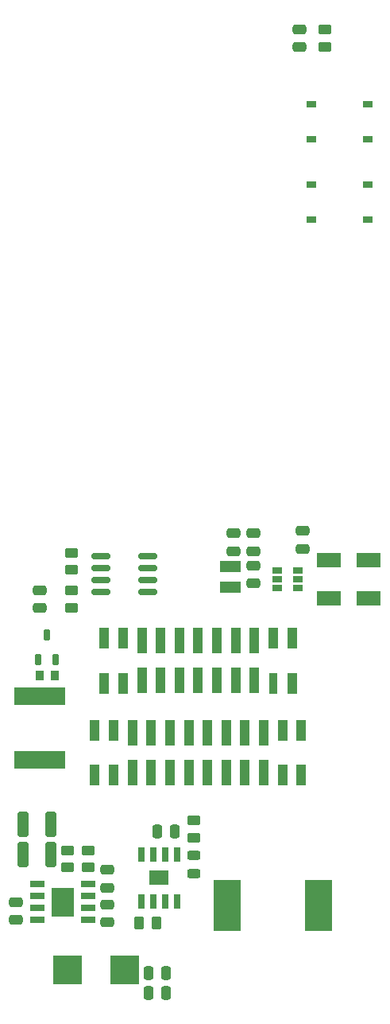
<source format=gbp>
G04 #@! TF.GenerationSoftware,KiCad,Pcbnew,8.0.1*
G04 #@! TF.CreationDate,2024-04-14T23:13:04-04:00*
G04 #@! TF.ProjectId,Bird3Controller,42697264-3343-46f6-9e74-726f6c6c6572,rev?*
G04 #@! TF.SameCoordinates,Original*
G04 #@! TF.FileFunction,Paste,Bot*
G04 #@! TF.FilePolarity,Positive*
%FSLAX46Y46*%
G04 Gerber Fmt 4.6, Leading zero omitted, Abs format (unit mm)*
G04 Created by KiCad (PCBNEW 8.0.1) date 2024-04-14 23:13:04*
%MOMM*%
%LPD*%
G01*
G04 APERTURE LIST*
G04 Aperture macros list*
%AMRoundRect*
0 Rectangle with rounded corners*
0 $1 Rounding radius*
0 $2 $3 $4 $5 $6 $7 $8 $9 X,Y pos of 4 corners*
0 Add a 4 corners polygon primitive as box body*
4,1,4,$2,$3,$4,$5,$6,$7,$8,$9,$2,$3,0*
0 Add four circle primitives for the rounded corners*
1,1,$1+$1,$2,$3*
1,1,$1+$1,$4,$5*
1,1,$1+$1,$6,$7*
1,1,$1+$1,$8,$9*
0 Add four rect primitives between the rounded corners*
20,1,$1+$1,$2,$3,$4,$5,0*
20,1,$1+$1,$4,$5,$6,$7,0*
20,1,$1+$1,$6,$7,$8,$9,0*
20,1,$1+$1,$8,$9,$2,$3,0*%
G04 Aperture macros list end*
%ADD10R,1.000000X0.700000*%
%ADD11R,1.525000X0.650000*%
%ADD12R,2.400000X3.100000*%
%ADD13R,0.802000X1.505000*%
%ADD14R,2.101200X1.567800*%
%ADD15R,5.450000X1.920000*%
%ADD16RoundRect,0.243750X-0.456250X0.243750X-0.456250X-0.243750X0.456250X-0.243750X0.456250X0.243750X0*%
%ADD17RoundRect,0.250000X0.450000X-0.262500X0.450000X0.262500X-0.450000X0.262500X-0.450000X-0.262500X0*%
%ADD18RoundRect,0.250000X0.325000X1.100000X-0.325000X1.100000X-0.325000X-1.100000X0.325000X-1.100000X0*%
%ADD19RoundRect,0.250000X-0.450000X0.262500X-0.450000X-0.262500X0.450000X-0.262500X0.450000X0.262500X0*%
%ADD20R,1.000000X2.205000*%
%ADD21R,1.000000X2.750000*%
%ADD22R,0.950000X2.205000*%
%ADD23RoundRect,0.250000X0.475000X-0.250000X0.475000X0.250000X-0.475000X0.250000X-0.475000X-0.250000X0*%
%ADD24R,2.900000X5.400000*%
%ADD25RoundRect,0.250000X-0.475000X0.250000X-0.475000X-0.250000X0.475000X-0.250000X0.475000X0.250000X0*%
%ADD26RoundRect,0.250000X-0.250000X-0.475000X0.250000X-0.475000X0.250000X0.475000X-0.250000X0.475000X0*%
%ADD27R,2.600000X1.650000*%
%ADD28RoundRect,0.250000X0.250000X0.475000X-0.250000X0.475000X-0.250000X-0.475000X0.250000X-0.475000X0*%
%ADD29R,2.200000X1.200000*%
%ADD30R,3.050000X3.100000*%
%ADD31RoundRect,0.250000X0.262500X0.450000X-0.262500X0.450000X-0.262500X-0.450000X0.262500X-0.450000X0*%
%ADD32RoundRect,0.150000X0.825000X0.150000X-0.825000X0.150000X-0.825000X-0.150000X0.825000X-0.150000X0*%
%ADD33R,0.990600X2.200800*%
%ADD34R,0.997648X2.250000*%
%ADD35R,0.995300X2.201600*%
%ADD36R,1.000000X2.251598*%
%ADD37R,0.990600X2.743200*%
%ADD38R,0.995300X2.251600*%
%ADD39R,0.995302X2.201600*%
%ADD40R,0.995302X2.251600*%
%ADD41RoundRect,0.162500X0.162500X-0.447500X0.162500X0.447500X-0.162500X0.447500X-0.162500X-0.447500X0*%
%ADD42R,0.940000X1.010000*%
G04 APERTURE END LIST*
D10*
X193049000Y-102350000D03*
X193049000Y-103300000D03*
X193049000Y-104250000D03*
X190851000Y-104250000D03*
X190851000Y-103300000D03*
X190851000Y-102350000D03*
D11*
X165288000Y-139555000D03*
X165288000Y-138285000D03*
X165288000Y-137015000D03*
X165288000Y-135745000D03*
X170712000Y-135745000D03*
X170712000Y-137015000D03*
X170712000Y-138285000D03*
X170712000Y-139555000D03*
D12*
X168000000Y-137650000D03*
D13*
X176395000Y-132552500D03*
X177665000Y-132552500D03*
X178935000Y-132552500D03*
X180205000Y-132552500D03*
X180205000Y-137547500D03*
X178935000Y-137547500D03*
X177665000Y-137547500D03*
X176395000Y-137547500D03*
D14*
X178300000Y-135050000D03*
D15*
X165550000Y-115715000D03*
X165550000Y-122485000D03*
D16*
X182000000Y-132712500D03*
X182000000Y-134587500D03*
D17*
X168550000Y-133962500D03*
X168550000Y-132137500D03*
D10*
X194500000Y-56450000D03*
X200500000Y-56450000D03*
X194500000Y-52750000D03*
X200500000Y-52750000D03*
D18*
X166775000Y-129350000D03*
X163825000Y-129350000D03*
D19*
X168950000Y-104492500D03*
X168950000Y-106317500D03*
D17*
X182000000Y-130812500D03*
X182000000Y-128987500D03*
D20*
X172450000Y-109547500D03*
X172450000Y-114352500D03*
X174450000Y-109547500D03*
X174450000Y-114352500D03*
D21*
X176450000Y-109820000D03*
X176450000Y-114080000D03*
X178450000Y-109820000D03*
X178450000Y-114080000D03*
X180450000Y-109820000D03*
X180450000Y-114080000D03*
X182450000Y-109820000D03*
X182450000Y-114080000D03*
X184450000Y-109820000D03*
X184450000Y-114080000D03*
X186450000Y-109820000D03*
X186450000Y-114080000D03*
X188450000Y-109820000D03*
X188450000Y-114080000D03*
D20*
X190450000Y-109547500D03*
D22*
X190425000Y-114352500D03*
D20*
X192450000Y-109547500D03*
X192450000Y-114352500D03*
D23*
X188350000Y-100300000D03*
X188350000Y-98400000D03*
D24*
X185550000Y-138000000D03*
X195250000Y-138000000D03*
D25*
X172750000Y-137900000D03*
X172750000Y-139800000D03*
X163050000Y-137650000D03*
X163050000Y-139550000D03*
D26*
X177150000Y-147300000D03*
X179050000Y-147300000D03*
D27*
X196350000Y-101250000D03*
X200650000Y-101250000D03*
D19*
X196000000Y-44787500D03*
X196000000Y-46612500D03*
X168950000Y-100492500D03*
X168950000Y-102317500D03*
D23*
X193550000Y-100050000D03*
X193550000Y-98150000D03*
D27*
X196350000Y-105300000D03*
X200650000Y-105300000D03*
D25*
X165550000Y-104450000D03*
X165550000Y-106350000D03*
D28*
X180000000Y-130150000D03*
X178100000Y-130150000D03*
D10*
X194500000Y-65000000D03*
X200500000Y-65000000D03*
X194500000Y-61300000D03*
X200500000Y-61300000D03*
D19*
X170700000Y-132137500D03*
X170700000Y-133962500D03*
D29*
X185850000Y-104150000D03*
X185850000Y-101950000D03*
D23*
X193250000Y-46650000D03*
X193250000Y-44750000D03*
D30*
X168500000Y-144850000D03*
X174600000Y-144850000D03*
D31*
X178012500Y-139900000D03*
X176187500Y-139900000D03*
D32*
X177050000Y-100795000D03*
X177050000Y-102065000D03*
X177050000Y-103335000D03*
X177050000Y-104605000D03*
X172100000Y-104605000D03*
X172100000Y-103335000D03*
X172100000Y-102065000D03*
X172100000Y-100795000D03*
D33*
X171449999Y-119369600D03*
D34*
X171451176Y-124145000D03*
D35*
X173452350Y-119369200D03*
D36*
X173450000Y-124145799D03*
D37*
X175449999Y-119639999D03*
X175449999Y-123900001D03*
X177450000Y-119639999D03*
X177450000Y-123900001D03*
X179449998Y-119639999D03*
X179449998Y-123900001D03*
X181449999Y-119639999D03*
X181449999Y-123900001D03*
X183450001Y-119639999D03*
X183450001Y-123900001D03*
X185449999Y-119639999D03*
X185449999Y-123900001D03*
X187450000Y-119639999D03*
X187450000Y-123900001D03*
X189449999Y-119639999D03*
X189449999Y-123900001D03*
D35*
X191452350Y-119369200D03*
D38*
X191452350Y-124145800D03*
D39*
X193452349Y-119369200D03*
D40*
X193452349Y-124145800D03*
D41*
X167300000Y-111810000D03*
X165400000Y-111810000D03*
X166350000Y-109190000D03*
D23*
X186250000Y-100300000D03*
X186250000Y-98400000D03*
X172750000Y-136123828D03*
X172750000Y-134223828D03*
D18*
X166775000Y-132600000D03*
X163825000Y-132600000D03*
D42*
X165560000Y-113500000D03*
X167140000Y-113500000D03*
D26*
X177150000Y-145200000D03*
X179050000Y-145200000D03*
D25*
X188350000Y-101850000D03*
X188350000Y-103750000D03*
M02*

</source>
